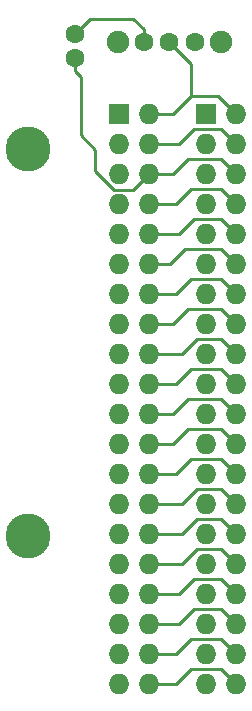
<source format=gbr>
G04 #@! TF.GenerationSoftware,KiCad,Pcbnew,5.0.2+dfsg1-1~bpo9+1*
G04 #@! TF.CreationDate,2019-07-06T14:36:30+01:00*
G04 #@! TF.ProjectId,pi_gpio_breakout_fan,70695f67-7069-46f5-9f62-7265616b6f75,rev?*
G04 #@! TF.SameCoordinates,Original*
G04 #@! TF.FileFunction,Copper,L1,Top*
G04 #@! TF.FilePolarity,Positive*
%FSLAX46Y46*%
G04 Gerber Fmt 4.6, Leading zero omitted, Abs format (unit mm)*
G04 Created by KiCad (PCBNEW 5.0.2+dfsg1-1~bpo9+1) date Sat 06 Jul 2019 14:36:30 BST*
%MOMM*%
%LPD*%
G01*
G04 APERTURE LIST*
G04 #@! TA.AperFunction,ComponentPad*
%ADD10R,1.727200X1.727200*%
G04 #@! TD*
G04 #@! TA.AperFunction,ComponentPad*
%ADD11O,1.727200X1.727200*%
G04 #@! TD*
G04 #@! TA.AperFunction,ComponentPad*
%ADD12C,1.600000*%
G04 #@! TD*
G04 #@! TA.AperFunction,ComponentPad*
%ADD13C,3.800000*%
G04 #@! TD*
G04 #@! TA.AperFunction,ComponentPad*
%ADD14C,1.900000*%
G04 #@! TD*
G04 #@! TA.AperFunction,Conductor*
%ADD15C,0.250000*%
G04 #@! TD*
G04 APERTURE END LIST*
D10*
G04 #@! TO.P,U1,1*
G04 #@! TO.N,Net-(U1-Pad1)*
X155956000Y-104902000D03*
D11*
G04 #@! TO.P,U1,2*
G04 #@! TO.N,Net-(SW1-Pad2)*
X158496000Y-104902000D03*
G04 #@! TO.P,U1,3*
G04 #@! TO.N,Net-(U1-Pad3)*
X155956000Y-107442000D03*
G04 #@! TO.P,U1,4*
G04 #@! TO.N,Net-(U1-Pad4)*
X158496000Y-107442000D03*
G04 #@! TO.P,U1,5*
G04 #@! TO.N,Net-(U1-Pad5)*
X155956000Y-109982000D03*
G04 #@! TO.P,U1,6*
G04 #@! TO.N,Net-(U1-Pad6)*
X158496000Y-109982000D03*
G04 #@! TO.P,U1,7*
G04 #@! TO.N,Net-(U1-Pad7)*
X155956000Y-112522000D03*
G04 #@! TO.P,U1,8*
G04 #@! TO.N,Net-(U1-Pad8)*
X158496000Y-112522000D03*
G04 #@! TO.P,U1,9*
G04 #@! TO.N,Net-(U1-Pad9)*
X155956000Y-115062000D03*
G04 #@! TO.P,U1,10*
G04 #@! TO.N,Net-(U1-Pad10)*
X158496000Y-115062000D03*
G04 #@! TO.P,U1,11*
G04 #@! TO.N,Net-(U1-Pad11)*
X155956000Y-117602000D03*
G04 #@! TO.P,U1,12*
G04 #@! TO.N,Net-(U1-Pad12)*
X158496000Y-117602000D03*
G04 #@! TO.P,U1,13*
G04 #@! TO.N,Net-(U1-Pad13)*
X155956000Y-120142000D03*
G04 #@! TO.P,U1,14*
G04 #@! TO.N,Net-(U1-Pad14)*
X158496000Y-120142000D03*
G04 #@! TO.P,U1,15*
G04 #@! TO.N,Net-(U1-Pad15)*
X155956000Y-122682000D03*
G04 #@! TO.P,U1,16*
G04 #@! TO.N,Net-(U1-Pad16)*
X158496000Y-122682000D03*
G04 #@! TO.P,U1,17*
G04 #@! TO.N,Net-(U1-Pad17)*
X155956000Y-125222000D03*
G04 #@! TO.P,U1,18*
G04 #@! TO.N,Net-(U1-Pad18)*
X158496000Y-125222000D03*
G04 #@! TO.P,U1,19*
G04 #@! TO.N,Net-(U1-Pad19)*
X155956000Y-127762000D03*
G04 #@! TO.P,U1,20*
G04 #@! TO.N,Net-(U1-Pad20)*
X158496000Y-127762000D03*
G04 #@! TO.P,U1,21*
G04 #@! TO.N,Net-(U1-Pad21)*
X155956000Y-130302000D03*
G04 #@! TO.P,U1,22*
G04 #@! TO.N,Net-(U1-Pad22)*
X158496000Y-130302000D03*
G04 #@! TO.P,U1,23*
G04 #@! TO.N,Net-(U1-Pad23)*
X155956000Y-132842000D03*
G04 #@! TO.P,U1,24*
G04 #@! TO.N,Net-(U1-Pad24)*
X158496000Y-132842000D03*
G04 #@! TO.P,U1,25*
G04 #@! TO.N,Net-(U1-Pad25)*
X155956000Y-135382000D03*
G04 #@! TO.P,U1,26*
G04 #@! TO.N,Net-(U1-Pad26)*
X158496000Y-135382000D03*
G04 #@! TO.P,U1,27*
G04 #@! TO.N,Net-(U1-Pad27)*
X155956000Y-137922000D03*
G04 #@! TO.P,U1,28*
G04 #@! TO.N,Net-(U1-Pad28)*
X158496000Y-137922000D03*
G04 #@! TO.P,U1,29*
G04 #@! TO.N,Net-(U1-Pad29)*
X155956000Y-140462000D03*
G04 #@! TO.P,U1,30*
G04 #@! TO.N,Net-(U1-Pad30)*
X158496000Y-140462000D03*
G04 #@! TO.P,U1,31*
G04 #@! TO.N,Net-(U1-Pad31)*
X155956000Y-143002000D03*
G04 #@! TO.P,U1,32*
G04 #@! TO.N,Net-(U1-Pad32)*
X158496000Y-143002000D03*
G04 #@! TO.P,U1,33*
G04 #@! TO.N,Net-(U1-Pad33)*
X155956000Y-145542000D03*
G04 #@! TO.P,U1,34*
G04 #@! TO.N,Net-(U1-Pad34)*
X158496000Y-145542000D03*
G04 #@! TO.P,U1,35*
G04 #@! TO.N,Net-(U1-Pad35)*
X155956000Y-148082000D03*
G04 #@! TO.P,U1,36*
G04 #@! TO.N,Net-(U1-Pad36)*
X158496000Y-148082000D03*
G04 #@! TO.P,U1,37*
G04 #@! TO.N,Net-(U1-Pad37)*
X155956000Y-150622000D03*
G04 #@! TO.P,U1,38*
G04 #@! TO.N,Net-(U1-Pad38)*
X158496000Y-150622000D03*
G04 #@! TO.P,U1,39*
G04 #@! TO.N,Net-(U1-Pad39)*
X155956000Y-153162000D03*
G04 #@! TO.P,U1,40*
G04 #@! TO.N,Net-(U1-Pad40)*
X158496000Y-153162000D03*
G04 #@! TD*
D10*
G04 #@! TO.P,U2,1*
G04 #@! TO.N,Net-(U1-Pad1)*
X148590000Y-104902000D03*
D11*
G04 #@! TO.P,U2,2*
G04 #@! TO.N,Net-(SW1-Pad2)*
X151130000Y-104902000D03*
G04 #@! TO.P,U2,3*
G04 #@! TO.N,Net-(U1-Pad3)*
X148590000Y-107442000D03*
G04 #@! TO.P,U2,4*
G04 #@! TO.N,Net-(U1-Pad4)*
X151130000Y-107442000D03*
G04 #@! TO.P,U2,5*
G04 #@! TO.N,Net-(U1-Pad5)*
X148590000Y-109982000D03*
G04 #@! TO.P,U2,6*
G04 #@! TO.N,Net-(U1-Pad6)*
X151130000Y-109982000D03*
G04 #@! TO.P,U2,7*
G04 #@! TO.N,Net-(U1-Pad7)*
X148590000Y-112522000D03*
G04 #@! TO.P,U2,8*
G04 #@! TO.N,Net-(U1-Pad8)*
X151130000Y-112522000D03*
G04 #@! TO.P,U2,9*
G04 #@! TO.N,Net-(U1-Pad9)*
X148590000Y-115062000D03*
G04 #@! TO.P,U2,10*
G04 #@! TO.N,Net-(U1-Pad10)*
X151130000Y-115062000D03*
G04 #@! TO.P,U2,11*
G04 #@! TO.N,Net-(U1-Pad11)*
X148590000Y-117602000D03*
G04 #@! TO.P,U2,12*
G04 #@! TO.N,Net-(U1-Pad12)*
X151130000Y-117602000D03*
G04 #@! TO.P,U2,13*
G04 #@! TO.N,Net-(U1-Pad13)*
X148590000Y-120142000D03*
G04 #@! TO.P,U2,14*
G04 #@! TO.N,Net-(U1-Pad14)*
X151130000Y-120142000D03*
G04 #@! TO.P,U2,15*
G04 #@! TO.N,Net-(U1-Pad15)*
X148590000Y-122682000D03*
G04 #@! TO.P,U2,16*
G04 #@! TO.N,Net-(U1-Pad16)*
X151130000Y-122682000D03*
G04 #@! TO.P,U2,17*
G04 #@! TO.N,Net-(U1-Pad17)*
X148590000Y-125222000D03*
G04 #@! TO.P,U2,18*
G04 #@! TO.N,Net-(U1-Pad18)*
X151130000Y-125222000D03*
G04 #@! TO.P,U2,19*
G04 #@! TO.N,Net-(U1-Pad19)*
X148590000Y-127762000D03*
G04 #@! TO.P,U2,20*
G04 #@! TO.N,Net-(U1-Pad20)*
X151130000Y-127762000D03*
G04 #@! TO.P,U2,21*
G04 #@! TO.N,Net-(U1-Pad21)*
X148590000Y-130302000D03*
G04 #@! TO.P,U2,22*
G04 #@! TO.N,Net-(U1-Pad22)*
X151130000Y-130302000D03*
G04 #@! TO.P,U2,23*
G04 #@! TO.N,Net-(U1-Pad23)*
X148590000Y-132842000D03*
G04 #@! TO.P,U2,24*
G04 #@! TO.N,Net-(U1-Pad24)*
X151130000Y-132842000D03*
G04 #@! TO.P,U2,25*
G04 #@! TO.N,Net-(U1-Pad25)*
X148590000Y-135382000D03*
G04 #@! TO.P,U2,26*
G04 #@! TO.N,Net-(U1-Pad26)*
X151130000Y-135382000D03*
G04 #@! TO.P,U2,27*
G04 #@! TO.N,Net-(U1-Pad27)*
X148590000Y-137922000D03*
G04 #@! TO.P,U2,28*
G04 #@! TO.N,Net-(U1-Pad28)*
X151130000Y-137922000D03*
G04 #@! TO.P,U2,29*
G04 #@! TO.N,Net-(U1-Pad29)*
X148590000Y-140462000D03*
G04 #@! TO.P,U2,30*
G04 #@! TO.N,Net-(U1-Pad30)*
X151130000Y-140462000D03*
G04 #@! TO.P,U2,31*
G04 #@! TO.N,Net-(U1-Pad31)*
X148590000Y-143002000D03*
G04 #@! TO.P,U2,32*
G04 #@! TO.N,Net-(U1-Pad32)*
X151130000Y-143002000D03*
G04 #@! TO.P,U2,33*
G04 #@! TO.N,Net-(U1-Pad33)*
X148590000Y-145542000D03*
G04 #@! TO.P,U2,34*
G04 #@! TO.N,Net-(U1-Pad34)*
X151130000Y-145542000D03*
G04 #@! TO.P,U2,35*
G04 #@! TO.N,Net-(U1-Pad35)*
X148590000Y-148082000D03*
G04 #@! TO.P,U2,36*
G04 #@! TO.N,Net-(U1-Pad36)*
X151130000Y-148082000D03*
G04 #@! TO.P,U2,37*
G04 #@! TO.N,Net-(U1-Pad37)*
X148590000Y-150622000D03*
G04 #@! TO.P,U2,38*
G04 #@! TO.N,Net-(U1-Pad38)*
X151130000Y-150622000D03*
G04 #@! TO.P,U2,39*
G04 #@! TO.N,Net-(U1-Pad39)*
X148590000Y-153162000D03*
G04 #@! TO.P,U2,40*
G04 #@! TO.N,Net-(U1-Pad40)*
X151130000Y-153162000D03*
G04 #@! TD*
D12*
G04 #@! TO.P,U3,1*
G04 #@! TO.N,Net-(U1-Pad6)*
X144907000Y-100152200D03*
G04 #@! TO.P,U3,2*
G04 #@! TO.N,Net-(SW1-Pad1)*
X144907000Y-98120200D03*
G04 #@! TD*
D13*
G04 #@! TO.P,M1,1*
G04 #@! TO.N,Net-(M1-Pad1)*
X140957300Y-140665200D03*
G04 #@! TO.P,M1,2*
G04 #@! TO.N,Net-(M1-Pad2)*
X140957300Y-107873800D03*
G04 #@! TD*
D12*
G04 #@! TO.P,SW1,1*
G04 #@! TO.N,Net-(SW1-Pad1)*
X150723600Y-98844100D03*
G04 #@! TO.P,SW1,2*
G04 #@! TO.N,Net-(SW1-Pad2)*
X152882600Y-98844100D03*
G04 #@! TO.P,SW1,3*
G04 #@! TO.N,Net-(SW1-Pad3)*
X155041600Y-98844100D03*
D14*
G04 #@! TO.P,SW1,4*
G04 #@! TO.N,N/C*
X148539200Y-98844100D03*
X157251400Y-98844100D03*
G04 #@! TD*
D15*
G04 #@! TO.N,Net-(U1-Pad4)*
X151130000Y-107442000D02*
X153670000Y-107442000D01*
X157226000Y-106172000D02*
X158496000Y-107442000D01*
X154940000Y-106172000D02*
X157226000Y-106172000D01*
X153670000Y-107442000D02*
X154940000Y-106172000D01*
G04 #@! TO.N,Net-(U1-Pad6)*
X151130000Y-109982000D02*
X153162000Y-109982000D01*
X157226000Y-108712000D02*
X158496000Y-109982000D01*
X154432000Y-108712000D02*
X157226000Y-108712000D01*
X153162000Y-109982000D02*
X154432000Y-108712000D01*
X144907000Y-101283570D02*
X145376900Y-101753470D01*
X144907000Y-100152200D02*
X144907000Y-101283570D01*
X145376900Y-101753470D02*
X145376900Y-106718100D01*
X145376900Y-106718100D02*
X146583400Y-107924600D01*
X146583400Y-109734530D02*
X148164370Y-111315500D01*
X146583400Y-107924600D02*
X146583400Y-109734530D01*
X149796500Y-111315500D02*
X151130000Y-109982000D01*
X148164370Y-111315500D02*
X149796500Y-111315500D01*
G04 #@! TO.N,Net-(U1-Pad8)*
X151130000Y-112522000D02*
X153416000Y-112522000D01*
X157226000Y-111252000D02*
X158496000Y-112522000D01*
X154686000Y-111252000D02*
X157226000Y-111252000D01*
X153416000Y-112522000D02*
X154686000Y-111252000D01*
G04 #@! TO.N,Net-(U1-Pad10)*
X151130000Y-115062000D02*
X153670000Y-115062000D01*
X157226000Y-113792000D02*
X158496000Y-115062000D01*
X154940000Y-113792000D02*
X157226000Y-113792000D01*
X153670000Y-115062000D02*
X154940000Y-113792000D01*
G04 #@! TO.N,Net-(U1-Pad12)*
X151130000Y-117602000D02*
X152908000Y-117602000D01*
X157226000Y-116332000D02*
X158496000Y-117602000D01*
X154178000Y-116332000D02*
X157226000Y-116332000D01*
X152908000Y-117602000D02*
X154178000Y-116332000D01*
G04 #@! TO.N,Net-(U1-Pad14)*
X151130000Y-120142000D02*
X153416000Y-120142000D01*
X157226000Y-118872000D02*
X158496000Y-120142000D01*
X154686000Y-118872000D02*
X157226000Y-118872000D01*
X153416000Y-120142000D02*
X154686000Y-118872000D01*
G04 #@! TO.N,Net-(U1-Pad16)*
X151130000Y-122682000D02*
X153162000Y-122682000D01*
X157226000Y-121412000D02*
X158496000Y-122682000D01*
X154432000Y-121412000D02*
X157226000Y-121412000D01*
X153162000Y-122682000D02*
X154432000Y-121412000D01*
G04 #@! TO.N,Net-(U1-Pad18)*
X151130000Y-125222000D02*
X153924000Y-125222000D01*
X157226000Y-123952000D02*
X158496000Y-125222000D01*
X155194000Y-123952000D02*
X157226000Y-123952000D01*
X153924000Y-125222000D02*
X155194000Y-123952000D01*
G04 #@! TO.N,Net-(U1-Pad20)*
X151130000Y-127762000D02*
X153416000Y-127762000D01*
X157226000Y-126492000D02*
X158496000Y-127762000D01*
X154686000Y-126492000D02*
X157226000Y-126492000D01*
X153416000Y-127762000D02*
X154686000Y-126492000D01*
G04 #@! TO.N,Net-(U1-Pad22)*
X151130000Y-130302000D02*
X153162000Y-130302000D01*
X157226000Y-129032000D02*
X158496000Y-130302000D01*
X154432000Y-129032000D02*
X157226000Y-129032000D01*
X153162000Y-130302000D02*
X154432000Y-129032000D01*
G04 #@! TO.N,Net-(U1-Pad24)*
X151130000Y-132842000D02*
X153162000Y-132842000D01*
X157226000Y-131572000D02*
X158496000Y-132842000D01*
X154432000Y-131572000D02*
X157226000Y-131572000D01*
X153162000Y-132842000D02*
X154432000Y-131572000D01*
G04 #@! TO.N,Net-(U1-Pad26)*
X151130000Y-135382000D02*
X153416000Y-135382000D01*
X157226000Y-134112000D02*
X158496000Y-135382000D01*
X154686000Y-134112000D02*
X157226000Y-134112000D01*
X153416000Y-135382000D02*
X154686000Y-134112000D01*
G04 #@! TO.N,Net-(U1-Pad28)*
X151130000Y-137922000D02*
X153924000Y-137922000D01*
X157226000Y-136652000D02*
X158496000Y-137922000D01*
X155194000Y-136652000D02*
X157226000Y-136652000D01*
X153924000Y-137922000D02*
X155194000Y-136652000D01*
G04 #@! TO.N,Net-(U1-Pad30)*
X151130000Y-140462000D02*
X153924000Y-140462000D01*
X157226000Y-139192000D02*
X158496000Y-140462000D01*
X155194000Y-139192000D02*
X157226000Y-139192000D01*
X153924000Y-140462000D02*
X155194000Y-139192000D01*
G04 #@! TO.N,Net-(U1-Pad32)*
X151130000Y-143002000D02*
X153924000Y-143002000D01*
X157226000Y-141732000D02*
X158496000Y-143002000D01*
X155194000Y-141732000D02*
X157226000Y-141732000D01*
X153924000Y-143002000D02*
X155194000Y-141732000D01*
G04 #@! TO.N,Net-(U1-Pad34)*
X151130000Y-145542000D02*
X153670000Y-145542000D01*
X157226000Y-144272000D02*
X158496000Y-145542000D01*
X154940000Y-144272000D02*
X157226000Y-144272000D01*
X153670000Y-145542000D02*
X154940000Y-144272000D01*
G04 #@! TO.N,Net-(U1-Pad36)*
X151130000Y-148082000D02*
X153670000Y-148082000D01*
X157226000Y-146812000D02*
X158496000Y-148082000D01*
X154940000Y-146812000D02*
X157226000Y-146812000D01*
X153670000Y-148082000D02*
X154940000Y-146812000D01*
G04 #@! TO.N,Net-(U1-Pad38)*
X151130000Y-150622000D02*
X153416000Y-150622000D01*
X157226000Y-149352000D02*
X158496000Y-150622000D01*
X154686000Y-149352000D02*
X157226000Y-149352000D01*
X153416000Y-150622000D02*
X154686000Y-149352000D01*
G04 #@! TO.N,Net-(U1-Pad40)*
X151130000Y-153162000D02*
X153416000Y-153162000D01*
X157226000Y-151892000D02*
X158496000Y-153162000D01*
X154686000Y-151892000D02*
X157226000Y-151892000D01*
X153416000Y-153162000D02*
X154686000Y-151892000D01*
G04 #@! TO.N,Net-(SW1-Pad1)*
X150723600Y-97712730D02*
X149848370Y-96837500D01*
X150723600Y-98844100D02*
X150723600Y-97712730D01*
X146189700Y-96837500D02*
X144907000Y-98120200D01*
X149848370Y-96837500D02*
X146189700Y-96837500D01*
G04 #@! TO.N,Net-(SW1-Pad2)*
X151130000Y-104902000D02*
X153162000Y-104902000D01*
X156972000Y-103378000D02*
X158496000Y-104902000D01*
X154686000Y-103378000D02*
X156972000Y-103378000D01*
X153162000Y-104902000D02*
X154686000Y-103378000D01*
X154686000Y-100647500D02*
X152882600Y-98844100D01*
X154686000Y-103378000D02*
X154686000Y-100647500D01*
G04 #@! TD*
M02*

</source>
